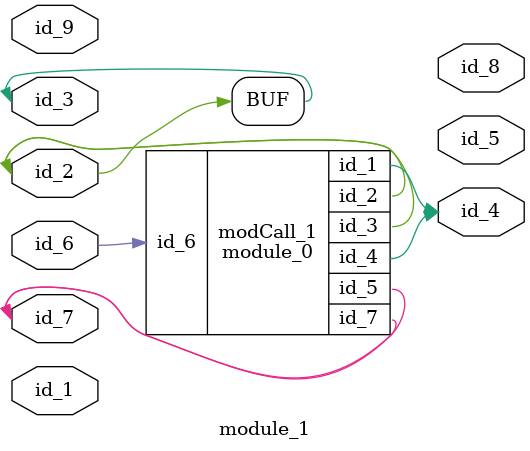
<source format=v>
module module_0 (
    id_1,
    id_2,
    id_3,
    id_4,
    id_5,
    id_6,
    id_7
);
  inout wire id_7;
  input wire id_6;
  inout wire id_5;
  output wire id_4;
  inout wire id_3;
  inout wire id_2;
  output wire id_1;
  wire id_8;
endmodule
module module_1 (
    id_1,
    id_2,
    id_3,
    id_4,
    id_5,
    id_6,
    id_7,
    id_8,
    id_9
);
  input wire id_9;
  output wire id_8;
  inout wire id_7;
  input wire id_6;
  output wire id_5;
  output wire id_4;
  inout wire id_3;
  inout wire id_2;
  input wire id_1;
  assign id_3 = id_2;
  module_0 modCall_1 (
      id_4,
      id_2,
      id_2,
      id_4,
      id_7,
      id_6,
      id_7
  );
endmodule

</source>
